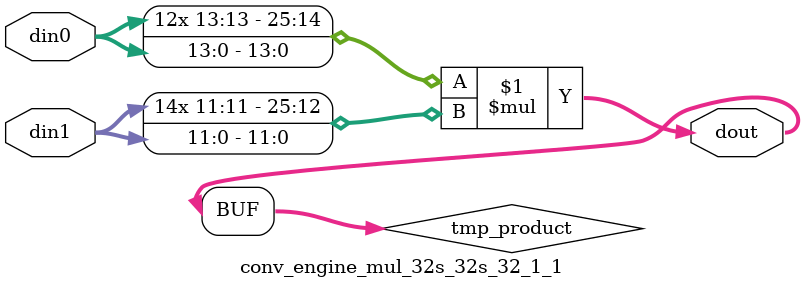
<source format=v>

`timescale 1 ns / 1 ps

 module conv_engine_mul_32s_32s_32_1_1(din0, din1, dout);
parameter ID = 1;
parameter NUM_STAGE = 0;
parameter din0_WIDTH = 14;
parameter din1_WIDTH = 12;
parameter dout_WIDTH = 26;

input [din0_WIDTH - 1 : 0] din0; 
input [din1_WIDTH - 1 : 0] din1; 
output [dout_WIDTH - 1 : 0] dout;

wire signed [dout_WIDTH - 1 : 0] tmp_product;



























assign tmp_product = $signed(din0) * $signed(din1);








assign dout = tmp_product;





















endmodule

</source>
